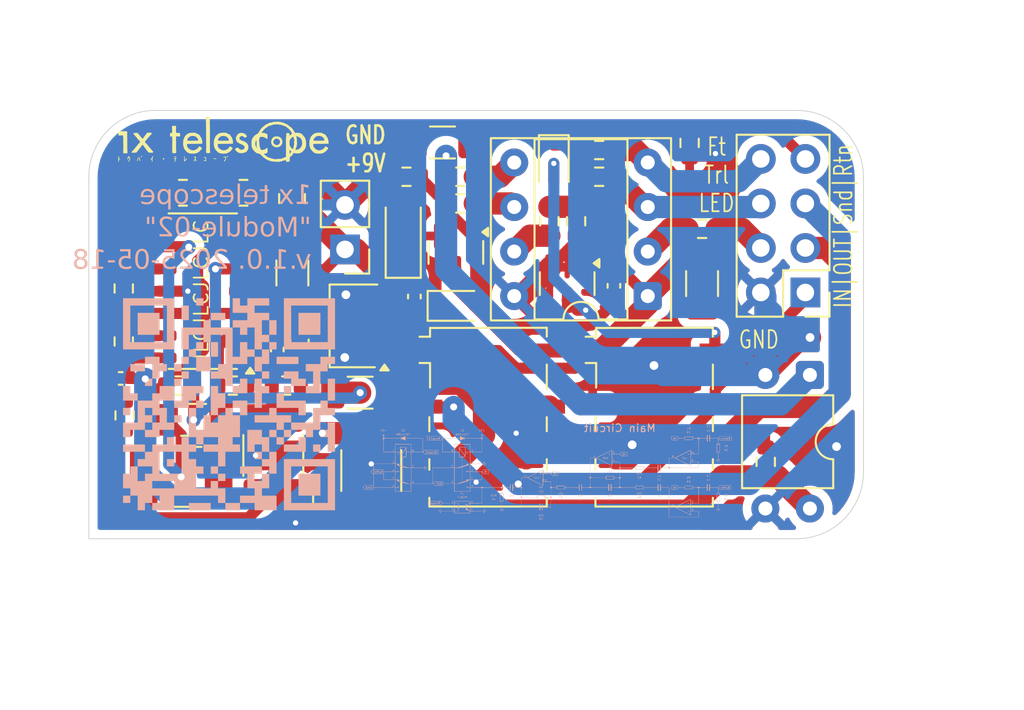
<source format=kicad_pcb>
(kicad_pcb (version 20241229) (generator "pcbnew") (generator_version "9.0")
  (title_block (title "TrailTrueBypass_PIC") (date "2025-05-19") (rev "1.0") (company "1x telescope"))
  (layers (0 "F.Cu" signal) (2 "B.Cu" signal) (13 "F.Paste" user) (15 "B.Paste" user) (5 "F.SilkS" user "F.Silkscreen") (7 "B.SilkS" user "B.Silkscreen") (1 "F.Mask" user) (3 "B.Mask" user) (25 "Edge.Cuts" user))
  (net 0 "")
  (net 1 "Return")
  (net 2 "Net-(U1C-+)")
  (net 3 "Net-(U1C--)")
  (net 4 "Net-(C2-Pad2)")
  (net 5 "Net-(U1A--)")
  (net 6 "Net-(C4-Pad2)")
  (net 7 "Net-(C5-Pad2)")
  (net 8 "Buffer")
  (net 9 "Net-(U1B-+)")
  (net 10 "Net-(U1B--)")
  (net 11 "Net-(C7-Pad2)")
  (net 12 "Net-(U1D--)")
  (net 13 "GND")
  (net 14 "+9V")
  (net 15 "+5V")
  (net 16 "Vb")
  (net 17 "Relay02")
  (net 18 "Relay01")
  (net 19 "LED")
  (net 20 "Send")
  (net 21 "Foot")
  (net 22 "Trail")
  (net 23 "Net-(K1-Pad3)")
  (net 24 "IN")
  (net 25 "OUT")
  (net 26 "Net-(Q1-B)")
  (net 27 "Net-(Q2-B)")
  (net 28 "PhotoC")
  (net 29 "Net-(C6-Pad2)")
  (net 30 "Net-(C7-Pad1)")
  (net 31 "Net-(U4-GP0)")
  (net 32 "Net-(U4-GP1)")
  (net 33 "Net-(U4-GP2)")
  (net 34 "Net-(U4-GP5)")
  (footprint "Resistor_SMD:R_0603_1608Metric" (layer "F.Cu") (at 83.2104 62.3062 -90)
    (property "Reference" "R1" (hide yes))
    (property "Value" "1M")
    (pad "1" smd roundrect (at -0.825 0 270) (size 0.8 0.95) (layers "F.Cu" "F.Mask" "F.Paste") (net 2 "Net-(U1C-+)"))
    (pad "2" smd roundrect (at 0.825 0 270) (size 0.8 0.95) (layers "F.Cu" "F.Mask" "F.Paste") (net 16 "Vb"))
  )
  (footprint "Resistor_SMD:R_0603_1608Metric" (layer "F.Cu") (at 116.205 58.9026)
    (property "Reference" "R20" (hide yes))
    (property "Value" "2k2")
    (pad "1" smd roundrect (at -0.825 0) (size 0.8 0.95) (layers "F.Cu" "F.Mask" "F.Paste") (net 34 "Net-(U4-GP5)"))
    (pad "2" smd roundrect (at 0.825 0) (size 0.8 0.95) (layers "F.Cu" "F.Mask" "F.Paste") (net 19 "LED"))
  )
  (footprint "Package_TO_SOT_SMD:SOT-89-3" (layer "F.Cu") (at 96.3168 64.4398 180)
    (property "Reference" "U3" (hide yes))
    (property "Value" "MC78L05_SOT89")
    (pad "1" smd roundrect (at -1.95 -1.5 180) (size 1.3 0.9) (layers "F.Cu" "F.Mask" "F.Paste") (net 15 "+5V"))
    (pad "2" smd custom (at -1.8625 0 180) (size 1.475 0.9) (layers "F.Cu" "F.Mask" "F.Paste") (net 13 "GND") (options (clearance outline) (anchor rect)) (primitives (gr_poly (pts (xy 3.8625 0.8665) (xy 0.7375 0.8665) (xy 0.7375 -0.8665) (xy 3.8625 -0.8665)) (width 0) (fill yes))))
    (pad "3" smd roundrect (at -1.95 1.5 180) (size 1.3 0.9) (layers "F.Cu" "F.Mask" "F.Paste") (net 14 "+9V"))
  )
  (footprint "Capacitor_SMD:C_0805_2012Metric" (layer "F.Cu") (at 92.8116 57.1768 90)
    (property "Reference" "C9" (hide yes))
    (property "Value" "22u")
    (pad "1" smd roundrect (at -0.95 0 90) (size 1 1.45) (layers "F.Cu" "F.Mask" "F.Paste") (net 14 "+9V"))
    (pad "2" smd roundrect (at 0.95 0 90) (size 1 1.45) (layers "F.Cu" "F.Mask" "F.Paste") (net 13 "GND"))
  )
  (footprint "Capacitor_SMD:C_1206_3216Metric_Pad1.33x1.80mm_HandSolder" (layer "F.Cu") (at 87.1982 69.7992)
    (property "Reference" "C2" (hide yes))
    (property "Value" "1u")
    (pad "1" smd roundrect (at -1.5625 0) (size 1.325 1.8) (layers "F.Cu" "F.Mask" "F.Paste") (roundrect_rratio 0.188679) (net 3 "Net-(U1C--)"))
    (pad "2" smd roundrect (at 1.5625 0) (size 1.325 1.8) (layers "F.Cu" "F.Mask" "F.Paste") (roundrect_rratio 0.188679) (net 4 "Net-(C2-Pad2)"))
  )
  (footprint "Resistor_SMD:R_0603_1608Metric" (layer "F.Cu") (at 83.2612 69.5452 -90)
    (property "Reference" "R7" (hide yes))
    (property "Value" "22k")
    (pad "1" smd roundrect (at -0.825 0 270) (size 0.8 0.95) (layers "F.Cu" "F.Mask" "F.Paste") (net 12 "Net-(U1D--)"))
    (pad "2" smd roundrect (at 0.825 0 270) (size 0.8 0.95) (layers "F.Cu" "F.Mask" "F.Paste") (net 29 "Net-(C6-Pad2)"))
  )
  (footprint "Capacitor_SMD:C_0402_1005Metric" (layer "F.Cu") (at 99.7908 62.7648 -90)
    (property "Reference" "C10" (hide yes))
    (property "Value" "104")
    (pad "1" smd roundrect (at -0.48 0 270) (size 0.56 0.62) (layers "F.Cu" "F.Mask" "F.Paste") (net 14 "+9V"))
    (pad "2" smd roundrect (at 0.48 0 270) (size 0.56 0.62) (layers "F.Cu" "F.Mask" "F.Paste") (net 13 "GND"))
  )
  (footprint "Resistor_SMD:R_0805_2012Metric" (layer "F.Cu") (at 90.043 56.8452)
    (property "Reference" "R12" (hide yes))
    (property "Value" "22k")
    (pad "1" smd roundrect (at -0.9125 0) (size 1.025 1.4) (layers "F.Cu" "F.Mask" "F.Paste") (roundrect_rratio 0.243902) (net 16 "Vb"))
    (pad "2" smd roundrect (at 0.9125 0) (size 1.025 1.4) (layers "F.Cu" "F.Mask" "F.Paste") (roundrect_rratio 0.243902) (net 14 "+9V"))
  )
  (footprint "Resistor_SMD:R_0603_1608Metric" (layer "F.Cu") (at 102.4128 55.9308)
    (property "Reference" "R19" (hide yes))
    (property "Value" "220")
    (pad "1" smd roundrect (at -0.825 0) (size 0.8 0.95) (layers "F.Cu" "F.Mask" "F.Paste") (net 28 "PhotoC"))
    (pad "2" smd roundrect (at 0.825 0) (size 0.8 0.95) (layers "F.Cu" "F.Mask" "F.Paste") (net 33 "Net-(U4-GP2)"))
  )
  (footprint "Resistor_SMD:R_0603_1608Metric" (layer "F.Cu") (at 107.4928 58.4708 -90)
    (property "Reference" "R11" (hide yes))
    (property "Value" "1k")
    (pad "1" smd roundrect (at -0.825 0 270) (size 0.8 0.95) (layers "F.Cu" "F.Mask" "F.Paste") (net 26 "Net-(Q1-B)"))
    (pad "2" smd roundrect (at 0.825 0 270) (size 0.8 0.95) (layers "F.Cu" "F.Mask" "F.Paste") (net 31 "Net-(U4-GP0)"))
  )
  (footprint "Capacitor_SMD:C_1812_4532Metric_Pad1.57x3.40mm_HandSolder" (layer "F.Cu") (at 91.7448 71.8312 -90)
    (property "Reference" "C6" (hide yes))
    (property "Value" "10u")
    (pad "1" smd roundrect (at -2.1375 0 270) (size 1.575 3.4) (layers "F.Cu" "F.Mask" "F.Paste") (roundrect_rratio 0.15873) (net 7 "Net-(C5-Pad2)"))
    (pad "2" smd roundrect (at 2.1375 0 270) (size 1.575 3.4) (layers "F.Cu" "F.Mask" "F.Paste") (roundrect_rratio 0.15873) (net 29 "Net-(C6-Pad2)"))
  )
  (footprint "Capacitor_SMD:C_1206_3216Metric" (layer "F.Cu") (at 116.205 62.0268 -90)
    (property "Reference" "C12" (hide yes))
    (property "Value" "47u")
    (pad "1" smd roundrect (at -1.475 0 270) (size 1.15 1.8) (layers "F.Cu" "F.Mask" "F.Paste") (roundrect_rratio 0.217391) (net 15 "+5V"))
    (pad "2" smd roundrect (at 1.475 0 270) (size 1.15 1.8) (layers "F.Cu" "F.Mask" "F.Paste") (roundrect_rratio 0.217391) (net 13 "GND"))
  )
  (footprint "Diode_SMD:D_SOD-123" (layer "F.Cu") (at 99.1558 59.3358 90)
    (property "Reference" "D3" (hide yes))
    (property "Value" "1N4001")
    (pad "1" smd roundrect (at -1.65 0 90) (size 0.9 1.2) (layers "F.Cu" "F.Mask" "F.Paste") (net 14 "+9V"))
    (pad "2" smd roundrect (at 1.65 0 90) (size 0.9 1.2) (layers "F.Cu" "F.Mask" "F.Paste") (net 13 "GND"))
  )
  (footprint "Resistor_SMD:R_0603_1608Metric" (layer "F.Cu") (at 102.4128 57.4548)
    (property "Reference" "R17" (hide yes))
    (property "Value" "1k")
    (pad "1" smd roundrect (at -0.825 0) (size 0.8 0.95) (layers "F.Cu" "F.Mask" "F.Paste") (net 27 "Net-(Q2-B)"))
    (pad "2" smd roundrect (at 0.825 0) (size 0.8 0.95) (layers "F.Cu" "F.Mask" "F.Paste") (net 32 "Net-(U4-GP1)"))
  )
  (footprint "Capacitor_SMD:C_1206_3216Metric_Pad1.33x1.80mm_HandSolder" (layer "F.Cu") (at 92.8312 61.4186 -90)
    (property "Reference" "C4" (hide yes))
    (property "Value" "1u")
    (pad "1" smd roundrect (at -1.5625 0 270) (size 1.325 1.8) (layers "F.Cu" "F.Mask" "F.Paste") (roundrect_rratio 0.188679) (net 10 "Net-(U1B--)"))
    (pad "2" smd roundrect (at 1.5625 0 270) (size 1.325 1.8) (layers "F.Cu" "F.Mask" "F.Paste") (roundrect_rratio 0.188679) (net 6 "Net-(C4-Pad2)"))
  )
  (footprint "Resistor_SMD:R_0603_1608Metric" (layer "F.Cu") (at 92.4814 67.8434 180)
    (property "Reference" "R4" (hide yes))
    (property "Value" "22k")
    (pad "1" smd roundrect (at -0.825 0 180) (size 0.8 0.95) (layers "F.Cu" "F.Mask" "F.Paste") (net 5 "Net-(U1A--)"))
    (pad "2" smd roundrect (at 0.825 0 180) (size 0.8 0.95) (layers "F.Cu" "F.Mask" "F.Paste") (net 7 "Net-(C5-Pad2)"))
  )
  (footprint "1xtelescope:MMBT3904" (layer "F.Cu") (at 102.1588 60.2488 -90)
    (property "Reference" "Q2" (hide yes))
    (property "Value" "2N3904")
    (pad "1" smd roundrect (at -0.9375 0.95 270) (size 1.475 0.6) (layers "F.Cu" "F.Mask" "F.Paste") (net 13 "GND"))
    (pad "2" smd roundrect (at -0.9375 -0.95 270) (size 1.475 0.6) (layers "F.Cu" "F.Mask" "F.Paste") (net 27 "Net-(Q2-B)"))
    (pad "3" smd roundrect (at 0.9375 0 270) (size 1.475 0.6) (layers "F.Cu" "F.Mask" "F.Paste") (net 17 "Relay02"))
  )
  (footprint "Package_DIP:DIP-8_W7.62mm_Socket" (layer "F.Cu") (at 113.1062 62.738 180)
    (property "Reference" "U4" (hide yes))
    (property "Value" "PIC12F675-xP")
    (pad "1" thru_hole roundrect (at 0 0 180) (size 1.6 1.6) (drill 0.8) (layers "*.Cu" "*.Mask") (roundrect_rratio 0.15625) (net 15 "+5V"))
    (pad "2" thru_hole circle (at 0 2.54 180) (size 1.6 1.6) (drill 0.8) (layers "*.Cu" "*.Mask") (net 34 "Net-(U4-GP5)"))
    (pad "3" thru_hole circle (at 0 5.08 180) (size 1.6 1.6) (drill 0.8) (layers "*.Cu" "*.Mask") (net 22 "Trail"))
    (pad "4" thru_hole circle (at 0 7.62 180) (size 1.6 1.6) (drill 0.8) (layers "*.Cu" "*.Mask") (net 21 "Foot"))
    (pad "5" thru_hole circle (at 7.62 7.62 180) (size 1.6 1.6) (drill 0.8) (layers "*.Cu" "*.Mask") (net 33 "Net-(U4-GP2)"))
    (pad "6" thru_hole circle (at 7.62 5.08 180) (size 1.6 1.6) (drill 0.8) (layers "*.Cu" "*.Mask") (net 32 "Net-(U4-GP1)"))
    (pad "7" thru_hole circle (at 7.62 2.54 180) (size 1.6 1.6) (drill 0.8) (layers "*.Cu" "*.Mask") (net 31 "Net-(U4-GP0)"))
    (pad "8" thru_hole circle (at 7.62 0 180) (size 1.6 1.6) (drill 0.8) (layers "*.Cu" "*.Mask") (net 13 "GND"))
  )
  (footprint "Capacitor_SMD:C_1812_4532Metric_Pad1.57x3.40mm_HandSolder" (layer "F.Cu") (at 97.3328 72.6948 90)
    (property "Reference" "C7" (hide yes))
    (property "Value" "10u")
    (pad "1" smd roundrect (at -2.1375 0 90) (size 1.575 3.4) (layers "F.Cu" "F.Mask" "F.Paste") (roundrect_rratio 0.15873) (net 30 "Net-(C7-Pad1)"))
    (pad "2" smd roundrect (at 2.1375 0 90) (size 1.575 3.4) (layers "F.Cu" "F.Mask" "F.Paste") (roundrect_rratio 0.15873) (net 11 "Net-(C7-Pad2)"))
  )
  (footprint "Capacitor_SMD:C_0402_1005Metric" (layer "F.Cu") (at 91.9734 65.7886 -90)
    (property "Reference" "C5" (hide yes))
    (property "Value" "22p")
    (pad "1" smd roundrect (at -0.48 0 270) (size 0.56 0.62) (layers "F.Cu" "F.Mask" "F.Paste") (net 5 "Net-(U1A--)"))
    (pad "2" smd roundrect (at 0.48 0 270) (size 0.56 0.62) (layers "F.Cu" "F.Mask" "F.Paste") (net 7 "Net-(C5-Pad2)"))
  )
  (footprint "Resistor_SMD:R_0603_1608Metric" (layer "F.Cu") (at 94.5388 74.3458 90)
    (property "Reference" "R8" (hide yes))
    (property "Value" "1M")
    (pad "1" smd roundrect (at -0.825 0 90) (size 0.8 0.95) (layers "F.Cu" "F.Mask" "F.Paste") (net 13 "GND"))
    (pad "2" smd roundrect (at 0.825 0 90) (size 0.8 0.95) (layers "F.Cu" "F.Mask" "F.Paste") (net 8 "Buffer"))
  )
  (footprint "Resistor_SMD:R_0603_1608Metric" (layer "F.Cu") (at 99.3394 55.9308)
    (property "Reference" "R18" (hide yes))
    (property "Value" "10k")
    (pad "1" smd roundrect (at -0.825 0) (size 0.8 0.95) (layers "F.Cu" "F.Mask" "F.Paste") (net 13 "GND"))
    (pad "2" smd roundrect (at 0.825 0) (size 0.8 0.95) (layers "F.Cu" "F.Mask" "F.Paste") (net 27 "Net-(Q2-B)"))
  )
  (footprint "Package_DIP:DIP-4_W7.62mm" (layer "F.Cu") (at 122.3568 67.2388 -90)
    (property "Reference" "U2" (hide yes))
    (property "Value" "PC817")
    (pad "1" thru_hole roundrect (at 0 0 270) (size 1.6 1.6) (drill 0.8) (layers "*.Cu" "*.Mask") (roundrect_rratio 0.15625) (net 28 "PhotoC"))
    (pad "2" thru_hole circle (at 0 2.54 270) (size 1.6 1.6) (drill 0.8) (layers "*.Cu" "*.Mask") (net 13 "GND"))
    (pad "3" thru_hole circle (at 7.62 2.54 270) (size 1.6 1.6) (drill 0.8) (layers "*.Cu" "*.Mask") (net 13 "GND"))
    (pad "4" thru_hole circle (at 7.62 0 270) (size 1.6 1.6) (drill 0.8) (layers "*.Cu" "*.Mask") (net 30 "Net-(C7-Pad1)"))
  )
  (footprint "LOGO" (layer "F.Cu") (at 88.9 53.7972)
    (property "Reference" "G2" (hide yes))
    (property "Value" "LOGO" (hide yes))
  )
  (footprint "Connector_PinHeader_2.54mm:PinHeader_1x02_P2.54mm_Vertical" (layer "F.Cu") (at 95.8342 60.076 180)
    (property "Reference" "J1" (hide yes))
    (property "Value" "Conn_01x05_Pin")
    (pad "1" thru_hole rect (at 0 0 180) (size 1.7 1.7) (drill 1) (layers "*.Cu" "*.Mask") (net 14 "+9V"))
    (pad "2" thru_hole circle (at 0 2.54 180) (size 1.7 1.7) (drill 1) (layers "*.Cu" "*.Mask") (net 13 "GND"))
  )
  (footprint "Resistor_SMD:R_0805_2012Metric" (layer "F.Cu") (at 86.5886 56.8452)
    (property "Reference" "R16" (hide yes))
    (property "Value" "22k")
    (pad "1" smd roundrect (at -0.9125 0) (size 1.025 1.4) (layers "F.Cu" "F.Mask" "F.Paste") (roundrect_rratio 0.243902) (net 13 "GND"))
    (pad "2" smd roundrect (at 0.9125 0) (size 1.025 1.4) (layers "F.Cu" "F.Mask" "F.Paste") (roundrect_rratio 0.243902) (net 16 "Vb"))
  )
  (footprint "Resistor_SMD:R_0603_1608Metric" (layer "F.Cu") (at 86.3986 67.8434 180)
    (property "Reference" "R5" (hide yes))
    (property "Value" "1M")
    (pad "1" smd roundrect (at -0.825 0 180) (size 0.8 0.95) (layers "F.Cu" "F.Mask" "F.Paste") (net 9 "Net-(U1B-+)"))
    (pad "2" smd roundrect (at 0.825 0 180) (size 0.8 0.95) (layers "F.Cu" "F.Mask" "F.Paste") (net 16 "Vb"))
  )
  (footprint "Diode_SMD:D_SOD-323" (layer "F.Cu") (at 102.1588 63.2968)
    (property "Reference" "D2" (hide yes))
    (property "Value" "CD4148W")
    (pad "1" smd roundrect (at -1.05 0) (size 0.6 0.45) (layers "F.Cu" "F.Mask" "F.Paste") (net 15 "+5V"))
    (pad "2" smd roundrect (at 1.05 0) (size 0.6 0.45) (layers "F.Cu" "F.Mask" "F.Paste") (net 17 "Relay02"))
  )
  (footprint "Relay_SMD:Relay_DPDT_Omron_G6K-2F-Y" (layer "F.Cu") (at 113.4618 69.6468)
    (property "Reference" "K1" (hide yes))
    (property "Value" "G6S-2")
    (pad "1" smd rect (at -3.5 -3.8) (size 1.8 0.8) (layers "F.Cu" "F.Mask" "F.Paste") (net 15 "+5V"))
    (pad "2" smd rect (at -3.5 -0.6) (size 1.8 0.8) (layers "F.Cu" "F.Mask" "F.Paste") (net 13 "GND"))
    (pad "3" smd rect (at -3.5 1.6) (size 1.8 0.8) (layers "F.Cu" "F.Mask" "F.Paste") (net 23 "Net-(K1-Pad3)"))
    (pad "4" smd rect (at -3.5 3.8) (size 1.8 0.8) (layers "F.Cu" "F.Mask" "F.Paste") (net 24 "IN"))
    (pad "5" smd rect (at 3.5 3.8) (size 1.8 0.8) (layers "F.Cu" "F.Mask" "F.Paste") (net 30 "Net-(C7-Pad1)"))
    (pad "6" smd rect (at 3.5 1.6) (size 1.8 0.8) (layers "F.Cu" "F.Mask" "F.Paste") (net 25 "OUT"))
    (pad "7" smd rect (at 3.5 -0.6) (size 1.8 0.8) (layers "F.Cu" "F.Mask" "F.Paste") (net 24 "IN"))
    (pad "8" smd rect (at 3.5 -3.8) (size 1.8 0.8) (layers "F.Cu" "F.Mask" "F.Paste") (net 18 "Relay01"))
  )
  (footprint "Diode_SMD:D_SOD-323" (layer "F.Cu") (at 107.7468 55.1688 -90)
    (property "Reference" "D1" (hide yes))
    (property "Value" "CD4148W")
    (pad "1" smd roundrect (at -1.05 0 270) (size 0.6 0.45) (layers "F.Cu" "F.Mask" "F.Paste") (net 15 "+5V"))
    (pad "2" smd roundrect (at 1.05 0 270) (size 0.6 0.45) (layers "F.Cu" "F.Mask" "F.Paste") (net 18 "Relay01"))
  )
  (footprint "Capacitor_SMD:C_0402_1005Metric" (layer "F.Cu") (at 83.0352 67.437)
    (property "Reference" "C8" (hide yes))
    (property "Value" "22p")
    (pad "1" smd roundrect (at -0.48 0) (size 0.56 0.62) (layers "F.Cu" "F.Mask" "F.Paste") (net 12 "Net-(U1D--)"))
    (pad "2" smd roundrect (at 0.48 0) (size 0.56 0.62) (layers "F.Cu" "F.Mask" "F.Paste") (net 11 "Net-(C7-Pad2)"))
  )
  (footprint "Resistor_SMD:R_0603_1608Metric" (layer "F.Cu") (at 110.3353 55.9308 180)
    (property "Reference" "R14" (hide yes))
    (property "Value" "10k")
    (pad "1" smd roundrect (at -0.825 0 180) (size 0.8 0.95) (layers "F.Cu" "F.Mask" "F.Paste") (net 22 "Trail"))
    (pad "2" smd roundrect (at 0.825 0 180) (size 0.8 0.95) (layers "F.Cu" "F.Mask" "F.Paste") (net 15 "+5V"))
  )
  (footprint "Package_SO:SOIC-14_3.9x8.7mm_P1.27mm" (layer "F.Cu") (at 87.7204 62.4586 180)
    (property "Reference" "U1" (hide yes))
    (property "Value" "Opamp_Quad")
    (pad "1" smd roundrect (at -2.475 -3.81 180) (size 1.95 0.6) (layers "F.Cu" "F.Mask" "F.Paste") (net 7 "Net-(C5-Pad2)"))
    (pad "2" smd roundrect (at -2.475 -2.54 180) (size 1.95 0.6) (layers "F.Cu" "F.Mask" "F.Paste") (net 5 "Net-(U1A--)"))
    (pad "3" smd roundrect (at -2.475 -1.27 180) (size 1.95 0.6) (layers "F.Cu" "F.Mask" "F.Paste") (net 16 "Vb"))
    (pad "4" smd roundrect (at -2.475 0 180) (size 1.95 0.6) (layers "F.Cu" "F.Mask" "F.Paste") (net 14 "+9V"))
    (pad "5" smd roundrect (at -2.475 1.27 180) (size 1.95 0.6) (layers "F.Cu" "F.Mask" "F.Paste") (net 9 "Net-(U1B-+)"))
    (pad "6" smd roundrect (at -2.475 2.54 180) (size 1.95 0.6) (layers "F.Cu" "F.Mask" "F.Paste") (net 10 "Net-(U1B--)"))
    (pad "7" smd roundrect (at -2.475 3.81 180) (size 1.95 0.6) (layers "F.Cu" "F.Mask" "F.Paste") (net 10 "Net-(U1B--)"))
    (pad "8" smd roundrect (at 2.475 3.81 180) (size 1.95 0.6) (layers "F.Cu" "F.Mask" "F.Paste") (net 3 "Net-(U1C--)"))
    (pad "9" smd roundrect (at 2.475 2.54 180) (size 1.95 0.6) (layers "F.Cu" "F.Mask" "F.Paste") (net 3 "Net-(U1C--)"))
    (pad "10" smd roundrect (at 2.475 1.27 180) (size 1.95 0.6) (layers "F.Cu" "F.Mask" "F.Paste") (net 2 "Net-(U1C-+)"))
    (pad "11" smd roundrect (at 2.475 0 180) (size 1.95 0.6) (layers "F.Cu" "F.Mask" "F.Paste") (net 13 "GND"))
    (pad "12" smd roundrect (at 2.475 -1.27 180) (size 1.95 0.6) (layers "F.Cu" "F.Mask" "F.Paste") (net 16 "Vb"))
    (pad "13" smd roundrect (at 2.475 -2.54 180) (size 1.95 0.6) (layers "F.Cu" "F.Mask" "F.Paste") (net 12 "Net-(U1D--)"))
    (pad "14" smd roundrect (at 2.475 -3.81 180) (size 1.95 0.6) (layers "F.Cu" "F.Mask" "F.Paste") (net 11 "Net-(C7-Pad2)"))
  )
  (footprint "Resistor_SMD:R_0603_1608Metric" (layer "F.Cu") (at 83.2104 65.3288 -90)
    (property "Reference" "R9" (hide yes))
    (property "Value" "22k")
    (pad "1" smd roundrect (at -0.825 0 270) (size 0.8 0.95) (layers "F.Cu" "F.Mask" "F.Paste") (net 12 "Net-(U1D--)"))
    (pad "2" smd roundrect (at 0.825 0 270) (size 0.8 0.95) (layers "F.Cu" "F.Mask" "F.Paste") (net 11 "Net-(C7-Pad2)"))
  )
  (footprint "Resistor_SMD:R_0603_1608Metric" (layer "F.Cu") (at 115.4938 54.0004 90)
    (property "Reference" "R2" (hide yes))
    (property "Value" "1M")
    (pad "1" smd roundrect (at -0.825 0 90) (size 0.8 0.95) (layers "F.Cu" "F.Mask" "F.Paste") (net 13 "GND"))
    (pad "2" smd roundrect (at 0.825 0 90) (size 0.8 0.95) (layers "F.Cu" "F.Mask" "F.Paste") (net 1 "Return"))
  )
  (footprint "Resistor_SMD:R_0603_1608Metric" (layer "F.Cu") (at 93.2376 65.4572 -90)
    (property "Reference" "R6" (hide yes))
    (property "Value" "22k")
    (pad "1" smd roundrect (at -0.825 0 270) (size 0.8 0.95) (layers "F.Cu" "F.Mask" "F.Paste") (net 6 "Net-(C4-Pad2)"))
    (pad "2" smd roundrect (at 0.825 0 270) (size 0.8 0.95) (layers "F.Cu" "F.Mask" "F.Paste") (net 5 "Net-(U1A--)"))
  )
  (footprint "Relay_SMD:Relay_DPDT_Omron_G6K-2F-Y" (layer "F.Cu") (at 103.9853 69.6468)
    (property "Reference" "K2" (hide yes))
    (property "Value" "G6S-2")
    (pad "1" smd rect (at -3.5 -3.8) (size 1.8 0.8) (layers "F.Cu" "F.Mask" "F.Paste") (net 15 "+5V"))
    (pad "2" smd rect (at -3.5 -0.6) (size 1.8 0.8) (layers "F.Cu" "F.Mask" "F.Paste") (net 20 "Send"))
    (pad "3" smd rect (at -3.5 1.6) (size 1.8 0.8) (layers "F.Cu" "F.Mask" "F.Paste") (net 13 "GND"))
    (pad "4" smd rect (at -3.5 3.8) (size 1.8 0.8) (layers "F.Cu" "F.Mask" "F.Paste") (net 8 "Buffer"))
    (pad "5" smd rect (at 3.5 3.8) (size 1.8 0.8) (layers "F.Cu" "F.Mask" "F.Paste") (net 20 "Send"))
    (pad "6" smd rect (at 3.5 1.6) (size 1.8 0.8) (layers "F.Cu" "F.Mask" "F.Paste") (net 23 "Net-(K1-Pad3)"))
    (pad "7" smd rect (at 3.5 -0.6) (size 1.8 0.8) (layers "F.Cu" "F.Mask" "F.Paste") (net 8 "Buffer"))
    (pad "8" smd rect (at 3.5 -3.8) (size 1.8 0.8) (layers "F.Cu" "F.Mask" "F.Paste") (net 17 "Relay02"))
  )
  (footprint "Capacitor_SMD:C_1206_3216Metric_Pad1.33x1.80mm_HandSolder" (layer "F.Cu") (at 96.6978 68.2498 180)
    (property "Reference" "C3" (hide yes))
    (property "Value" "1u")
    (pad "1" smd roundrect (at -1.5625 0 180) (size 1.325 1.8) (layers "F.Cu" "F.Mask" "F.Paste") (roundrect_rratio 0.188679) (net 8 "Buffer"))
    (pad "2" smd roundrect (at 1.5625 0 180) (size 1.325 1.8) (layers "F.Cu" "F.Mask" "F.Paste") (roundrect_rratio 0.188679) (net 9 "Net-(U1B-+)"))
  )
  (footprint "Connector_PinHeader_2.54mm:PinHeader_2x04_P2.54mm_Vertical" (layer "F.Cu") (at 122.0978 62.5348 180)
    (property "Reference" "J2" (hide yes))
    (property "Value" "Conn_02x04_Top_Bottom")
    (pad "1" thru_hole rect (at 0 0 180) (size 1.7 1.7) (drill 1) (layers "*.Cu" "*.Mask") (net 24 "IN"))
    (pad "2" thru_hole circle (at 2.54 0 180) (size 1.7 1.7) (drill 1) (layers "*.Cu" "*.Mask") (net 13 "GND"))
    (pad "3" thru_hole circle (at 0 2.54 180) (size 1.7 1.7) (drill 1) (layers "*.Cu" "*.Mask") (net 25 "OUT"))
    (pad "4" thru_hole circle (at 2.54 2.54 180) (size 1.7 1.7) (drill 1) (layers "*.Cu" "*.Mask") (net 19 "LED"))
    (pad "5" thru_hole circle (at 0 5.08 180) (size 1.7 1.7) (drill 1) (layers "*.Cu" "*.Mask") (net 20 "Send"))
    (pad "6" thru_hole circle (at 2.54 5.08 180) (size 1.7 1.7) (drill 1) (layers "*.Cu" "*.Mask") (net 22 "Trail"))
    (pad "7" thru_hole circle (at 0 7.62 180) (size 1.7 1.7) (drill 1) (layers "*.Cu" "*.Mask") (net 1 "Return"))
    (pad "8" thru_hole circle (at 2.54 7.62 180) (size 1.7 1.7) (drill 1) (layers "*.Cu" "*.Mask") (net 21 "Foot"))
  )
  (footprint "Capacitor_SMD:C_1812_4532Metric_Pad1.57x3.40mm_HandSolder" (layer "F.Cu") (at 86.487 73.0504)
    (property "Reference" "C13" (hide yes))
    (property "Value" "47u")
    (pad "1" smd roundrect (at -2.1375 0) (size 1.575 3.4) (layers "F.Cu" "F.Mask" "F.Paste") (roundrect_rratio 0.15873) (net 16 "Vb"))
    (pad "2" smd roundrect (at 2.1375 0) (size 1.575 3.4) (layers "F.Cu" "F.Mask" "F.Paste") (roundrect_rratio 0.15873) (net 13 "GND"))
  )
  (footprint "1xtelescope:MMBT3904" (layer "F.Cu") (at 108.5088 62.0268 -90)
    (property "Reference" "Q1" (hide yes))
    (property "Value" "2N3904")
    (pad "1" smd roundrect (at -0.9375 0.95 270) (size 1.475 0.6) (layers "F.Cu" "F.Mask" "F.Paste") (net 13 "GND"))
    (pad "2" smd roundrect (at -0.9375 -0.95 270) (size 1.475 0.6) (layers "F.Cu" "F.Mask" "F.Paste") (net 26 "Net-(Q1-B)"))
    (pad "3" smd roundrect (at 0.9375 0 270) (size 1.475 0.6) (layers "F.Cu" "F.Mask" "F.Paste") (net 18 "Relay01"))
  )
  (footprint "Resistor_SMD:R_0603_1608Metric" (layer "F.Cu") (at 110.3353 54.4068 180)
    (property "Reference" "R15" (hide yes))
    (property "Value" "10k")
    (pad "1" smd roundrect (at -0.825 0 180) (size 0.8 0.95) (layers "F.Cu" "F.Mask" "F.Paste") (net 21 "Foot"))
    (pad "2" smd roundrect (at 0.825 0 180) (size 0.8 0.95) (layers "F.Cu" "F.Mask" "F.Paste") (net 15 "+5V"))
  )
  (footprint "Capacitor_SMD:C_0402_1005Metric" (layer "F.Cu") (at 111.1758 62.1538 -90)
    (property "Reference" "C11" (hide yes))
    (property "Value" "104")
    (pad "1" smd roundrect (at -0.48 0 270) (size 0.56 0.62) (layers "F.Cu" "F.Mask" "F.Paste") (net 15 "+5V"))
    (pad "2" smd roundrect (at 0.48 0 270) (size 0.56 0.62) (layers "F.Cu" "F.Mask" "F.Paste") (net 13 "GND"))
  )
  (footprint "Capacitor_SMD:C_1206_3216Metric_Pad1.33x1.80mm_HandSolder" (layer "F.Cu") (at 101.3968 53.975 180)
    (property "Reference" "C1" (hide yes))
    (property "Value" "1u")
    (pad "1" smd roundrect (at -1.5625 0 180) (size 1.325 1.8) (layers "F.Cu" "F.Mask" "F.Paste") (roundrect_rratio 0.188679) (net 1 "Return"))
    (pad "2" smd roundrect (at 1.5625 0 180) (size 1.325 1.8) (layers "F.Cu" "F.Mask" "F.Paste") (roundrect_rratio 0.188679) (net 2 "Net-(U1C-+)"))
  )
  (footprint "Resistor_SMD:R_0603_1608Metric" (layer "F.Cu") (at 119.8372 72.2 -90)
    (property "Reference" "R10" (hide yes))
    (property "Value" "1M")
    (pad "1" smd roundrect (at -0.825 0 270) (size 0.8 0.95) (layers "F.Cu" "F.Mask" "F.Paste") (net 13 "GND"))
    (pad "2" smd roundrect (at 0.825 0 270) (size 0.8 0.95) (layers "F.Cu" "F.Mask" "F.Paste") (net 30 "Net-(C7-Pad1)"))
  )
  (footprint "Resistor_SMD:R_0603_1608Metric" (layer "F.Cu") (at 109.0168 58.4708 90)
    (property "Reference" "R13" (hide yes))
    (property "Value" "10k")
    (pad "1" smd roundrect (at -0.825 0 90) (size 0.8 0.95) (layers "F.Cu" "F.Mask" "F.Paste") (net 13 "GND"))
    (pad "2" smd roundrect (at 0.825 0 90) (size 0.8 0.95) (layers "F.Cu" "F.Mask" "F.Paste") (net 26 "Net-(Q1-B)"))
  )
  (footprint "Resistor_SMD:R_0603_1608Metric" (layer "F.Cu") (at 89.4334 67.8434 180)
    (property "Reference" "R3" (hide yes))
    (property "Value" "22k")
    (pad "1" smd roundrect (at -0.825 0 180) (size 0.8 0.95) (layers "F.Cu" "F.Mask" "F.Paste") (net 4 "Net-(C2-Pad2)"))
    (pad "2" smd roundrect (at 0.825 0 180) (size 0.8 0.95) (layers "F.Cu" "F.Mask" "F.Paste") (net 5 "Net-(U1A--)"))
  )
  (footprint "LOGO" (layer "B.Cu") (at 89.2175 68.9102 180)
    (property "Reference" "G1" (hide yes))
    (property "Value" "LOGO" (hide yes))
  )
  (footprint "LOGO" (layer "B.Cu") (at 107.442 72.644 180)
    (property "Reference" "G3" (hide yes))
    (property "Value" "LOGO" (hide yes))
  )
  (gr_line (start 81.2165 55.9562) (end 81.2165 76.581) (stroke (width 0.05)) (layer "Edge.Cuts"))
  (gr_line (start 121.6025 76.581) (end 81.2165 76.581) (stroke (width 0.05)) (layer "Edge.Cuts"))
  (gr_arc (start 121.6025 52.1462) (mid 124.296577 53.262123) (end 125.4125 55.9562) (stroke (width 0.05)) (layer "Edge.Cuts"))
  (gr_line (start 125.4125 55.9562) (end 125.4125 72.771) (stroke (width 0.05)) (layer "Edge.Cuts"))
  (gr_line (start 121.6025 52.1462) (end 85.0265 52.1462) (stroke (width 0.05)) (layer "Edge.Cuts"))
  (gr_arc (start 125.4125 72.771) (mid 124.296577 75.465077) (end 121.6025 76.581) (stroke (width 0.05)) (layer "Edge.Cuts"))
  (gr_arc (start 81.2165 55.9562) (mid 82.332423 53.262123) (end 85.0265 52.1462) (stroke (width 0.05)) (layer "Edge.Cuts"))
  (gr_text "GND" (at 119.4435 65.2272 0) (layer "F.SilkS") (effects (font (size 1 0.75) (thickness 0.1))))
  (gr_text "JLCJLCJLCJLC" (at 87.63 62.484 90) (layer "F.SilkS") (effects (font (size 0.8 0.8) (thickness 0.1))))
  (gr_text "Ft\nTrl\nLED" (at 117.0305 55.8292 0) (layer "F.SilkS") (effects (font (size 1 0.75) (thickness 0.1))))
  (gr_text "IN|OUT|Snd|Rtn" (at 124.2695 58.7502 90) (layer "F.SilkS") (effects (font (size 1 0.75) (thickness 0.1))))
  (gr_text "GND\n+9V" (at 95.758 54.356 0) (layer "F.SilkS") (effects (font (size 1 0.75) (thickness 0.15) (bold yes)) (justify left)))
  (gr_text "1x telescope\n{dblquote}Module-02{dblquote}\nv.1.0. 2025-05-18" (at 93.9165 58.8772 0) (layer "B.SilkS") (effects (font (size 1.1 1.1) (thickness 0.1)) (justify left mirror)))
  (segment (start 115.4938 53.1754) (end 120.3584 53.1754) (width 0.635) (layer "F.Cu") (net 1))
  (segment (start 103.7589 53.1754) (end 115.4938 53.1754) (width 0.635) (layer "F.Cu") (net 1))
  (segment (start 102.9593 53.975) (end 103.7589 53.1754) (width 0.635) (layer "F.Cu") (net 1))
  (segment (start 120.3584 53.1754) (end 122.0978 54.9148) (width 0.635) (layer "F.Cu") (net 1))
  (segment (start 83.503 61.1886) (end 83.2104 61.4812) (width 0.635) (layer "F.Cu") (net 2))
  (segment (start 85.0646 53.975) (end 83.2104 55.8292) (width 1.27) (layer "F.Cu") (net 2))
  (segment (start 99.8343 53.975) (end 85.0646 53.975) (width 1.27) (layer "F.Cu") (net 2))
  (segment (start 83.2104 55.8292) (end 83.2104 61.4812) (width 1.27) (layer "F.Cu") (net 2))
  (segment (start 85.2454 61.1886) (end 83.503 61.1886) (width 0.635) (layer "F.Cu") (net 2))
  (segment (start 85.2454 59.9186) (end 86.8934 59.9186) (width 0.635) (layer "F.Cu") (net 3))
  (segment (start 85.6357 69.7992) (end 86.487 70.6505) (width 0.635) (layer "F.Cu") (net 3))
  (segment (start 86.8934 59.9186) (end 86.9188 59.944) (width 0.635) (layer "F.Cu") (net 3))
  (segment (start 85.2454 59.9186) (end 85.2454 58.6486) (width 0.635) (layer "F.Cu") (net 3))
  (segment (start 86.487 70.6505) (end 86.487 73.0504) (width 0.635) (layer "F.Cu") (net 3))
  (via (at 86.487 73.0504) (size 0.8) (drill 0.4) (layers "F.Cu" "B.Cu") (net 3))
  (via (at 86.9188 59.944) (size 0.8) (drill 0.4) (layers "F.Cu" "B.Cu") (net 3))
  (segment (start 85.7758 61.087) (end 86.9188 59.944) (width 0.635) (layer "B.Cu") (net 3))
  (segment (start 86.487 73.0504) (end 85.7758 72.3392) (width 0.635) (layer "B.Cu") (net 3))
  (segment (start 85.7758 72.3392) (end 85.7758 61.087) (width 0.635) (layer "B.Cu") (net 3))
  (segment (start 88.7607 69.3289) (end 88.7607 69.7992) (width 0.635) (layer "F.Cu") (net 4))
  (segment (start 90.2584 67.8434) (end 90.2462 67.8434) (width 0.635) (layer "F.Cu") (net 4))
  (segment (start 90.2462 67.8434) (end 88.7607 69.3289) (width 0.635) (layer "F.Cu") (net 4))
  (segment (start 90.1954 64.9986) (end 91.6634 64.9986) (width 0.635) (layer "F.Cu") (net 5))
  (segment (start 88.6084 65.610601) (end 89.220401 64.9986) (width 0.635) (layer "F.Cu") (net 5))
  (segment (start 89.220401 64.9986) (end 90.1954 64.9986) (width 0.635) (layer "F.Cu") (net 5))
  (segment (start 91.6634 64.9986) (end 91.9734 65.3086) (width 0.635) (layer "F.Cu") (net 5))
  (segment (start 93.2376 66.2822) (end 92.264 65.3086) (width 0.635) (layer "F.Cu") (net 5))
  (segment (start 92.264 65.3086) (end 91.9734 65.3086) (width 0.635) (layer "F.Cu") (net 5))
  (segment (start 93.3064 66.351) (end 93.2376 66.2822) (width 0.635) (layer "F.Cu") (net 5))
  (segment (start 88.6084 67.8434) (end 88.6084 65.610601) (width 0.635) (layer "F.Cu") (net 5))
  (segment (start 93.3064 67.8434) (end 93.3064 66.351) (width 0.635) (layer "F.Cu") (net 5))
  (segment (start 92.8312 64.2258) (end 93.2376 64.6322) (width 1.27) (layer "F.Cu") (net 6))
  (segment (start 92.8312 62.9811) (end 92.8312 64.2258) (width 1.27) (layer "F.Cu") (net 6))
  (segment (start 91.6564 69.6053) (end 91.7448 69.6937) (width 0.635) (layer "F.Cu") (net 7))
  (segment (start 91.6564 66.5856) (end 91.9734 66.2686) (width 0.635) (layer "F.Cu") (net 7))
  (segment (start 91.6564 67.8434) (end 91.6564 66.5856) (width 0.635) (layer "F.Cu") (net 7))
  (segment (start 90.1954 66.2686) (end 91.9734 66.2686) (width 0.635) (layer "F.Cu") (net 7))
  (segment (start 91.6564 67.8434) (end 91.6564 69.6053) (width 0.635) (layer "F.Cu") (net 7))
  (segment (start 100.9853 73.4468) (end 100.4853 73.4468) (width 1.27) (layer "F.Cu") (net 8))
  (segment (start 98.7683 67.7418) (end 98.2603 68.2498) (width 1.27) (layer "F.Cu") (net 8))
  (segment (start 94.5388 73.5208) (end 100.4113 73.5208) (width 0.635) (layer "F.Cu") (net 8))
  (segment (start 107.1022 69.0468) (end 107.4853 69.0468) (width 1.27) (layer "F.Cu") (net 8))
  (segment (start 103.763968 69.0468) (end 102.458968 67.7418) (width 1.27) (layer "F.Cu") (net 8))
  (segment (start 103.763968 69.0468) (end 103.763968 70.668132) (width 1.27) (layer "F.Cu") (net 8))
  (segment (start 102.458968 67.7418) (end 98.7683 67.7418) (width 1.27) (layer "F.Cu") (net 8))
  (segment (start 100.4113 73.5208) (end 100.4853 73.4468) (width 0.635) (layer "F.Cu") (net 8))
  (segment (start 103.763968 70.668132) (end 100.9853 73.4468) (width 1.27) (layer "F.Cu") (net 8))
  (segment (start 107.4853 69.0468) (end 103.763968 69.0468) (width 1.27) (layer "F.Cu") (net 8))
  (segment (start 96.6978 68.2498) (end 95.1353 68.2498) (width 1.27) (layer "F.Cu") (net 9))
  (segment (start 88.4428 61.1886) (end 90.1954 61.1886) (width 0.635) (layer "F.Cu") (net 9))
  (segment (start 87.1982 67.8688) (end 87.2236 67.8434) (width 0.635) (layer "F.Cu") (net 9))
  (segment (start 87.1982 69.7992) (end 87.1982 67.8688) (width 0.635) (layer "F.Cu") (net 9))
  (via (at 88.4428 61.1886) (size 0.8) (drill 0.4) (layers "F.Cu" "B.Cu") (net 9))
  (via (at 96.6978 68.2498) (size 0.8) (drill 0.4) (layers "F.Cu" "B.Cu") (net 9))
  (via (at 87.1982 69.7992) (size 0.8) (drill 0.4) (layers "F.Cu" "B.Cu") (net 9))
  (segment (start 96.393 68.5546) (end 96.6978 68.2498) (width 0.635) (layer "B.Cu") (net 9))
  (segment (start 88.4428 68.5546) (end 87.1982 69.7992) (width 0.635) (layer "B.Cu") (net 9))
  (segment (start 88.4428 61.1886) (end 88.4428 68.5546) (width 0.635) (layer "B.Cu") (net 9))
  (segment (start 88.4428 68.5546) (end 96.393 68.5546) (width 0.635) (layer "B.Cu") (net 9))
  (segment (start 92.7687 59.9186) (end 92.8312 59.8561) (width 0.635) (layer "F.Cu") (net 10))
  (segment (start 90.1954 59.9186) (end 90.1954 58.6486) (width 0.635) (layer "F.Cu") (net 10))
  (segment (start 90.1954 59.9186) (end 92.7687 59.9186) (width 0.635) (layer "F.Cu") (net 10))
  (segment (start 83.5152 67.437) (end 83.5152 66.4586) (width 0.635) (layer "F.Cu") (net 11))
  (segment (start 83.7692 66.2686) (end 83.3252 66.2686) (width 0.635) (layer "F.Cu") (net 11))
  (segment (start 85.2454 66.2686) (end 83.7692 66.2686) (width 0.635) (layer "F.Cu") (net 11))
  (segment (start 84.410654 67.437) (end 84.436054 67.4624) (width 0.635) (layer "F.Cu") (net 11))
  (segment (start 94.5388 70.5612) (end 97.3289 70.5612) (width 1.27) (layer "F.Cu") (net 11))
  (segment (start 97.3289 70.5612) (end 97.3328 70.5573) (width 1.27) (layer "F.Cu") (net 11))
  (segment (start 83.5152 67.437) (end 84.410654 67.437) (width 0.635) (layer "F.Cu") (net 11))
  (segment (start 83.3252 66.2686) (end 83.2104 66.1538) (width 0.635) (layer "F.Cu") (net 11))
  (segment (start 83.5152 66.4586) (end 83.2104 66.1538) (width 0.635) (layer "F.Cu") (net 11))
  (segment (start 83.7666 66.2712) (end 83.7692 66.2686) (width 0.635) (layer "F.Cu") (net 11))
  (via (at 84.436054 67.4624) (size 0.8) (drill 0.4) (layers "F.Cu" "B.Cu") (net 11))
  (via (at 94.5388 70.5612) (size 0.8) (drill 0.4) (layers "F.Cu" "B.Cu") (net 11))
  (segment (start 85.975032 74.2864) (end 84.436054 72.747422) (width 1.27) (layer "B.Cu") (net 11))
  (segment (start 90.8136 74.2864) (end 85.975032 74.2864) (width 1.27) (layer "B.Cu") (net 11))
  (segment (start 84.436054 72.747422) (end 84.436054 67.4624) (width 1.27) (layer "B.Cu") (net 11))
  (segment (start 94.5388 70.5612) (end 90.8136 74.2864) (width 1.27) (layer "B.Cu") (net 11))
  (segment (start 82.5552 68.0142) (end 83.2612 68.7202) (width 0.635) (layer "F.Cu") (net 12))
  (segment (start 82.5552 67.437) (end 82.5552 68.0142) (width 0.635) (layer "F.Cu") (net 12))
  (segment (start 83.2104 64.5038) (end 83.7052 64.9986) (width 0.635) (layer "F.Cu") (net 12))
  (segment (start 83.7052 64.9986) (end 85.2454 64.9986) (width 0.635) (layer "F.Cu") (net 12))
  (segment (start 82.1944 65.5198) (end 82.1944 67.0762) (width 0.635) (layer "F.Cu") (net 12))
  (segment (start 82.1944 67.0762) (end 82.5552 67.437) (width 0.635) (layer "F.Cu") (net 12))
  (segment (start 83.2104 64.5038) (end 82.1944 65.5198) (width 0.635) (layer "F.Cu") (net 12))
  (segment (start 122.3645 65.1002) (end 121.852638 65.1002) (width 1.27) (layer "F.Cu") (net 13))
  (segment (start 109.0168 59.6313) (end 107.5588 61.0893) (width 0.635) (layer "F.Cu") (net 13))
  (segment (start 109.0168 59.2958) (end 109.0168 59.6313) (width 0.635) (layer "F.Cu") (net 13))
  (segment (start 94.5388 75.1708) (end 94.0487 75.6609) (width 0.635) (layer "F.Cu") (net 13))
  (segment (start 94.525 56.2268) (end 92.8116 56.2268) (width 1.27) (layer "F.Cu") (net 13))
  (segment (start 98.5144 55.9308) (end 97.4394 55.9308) (width 1.27) (layer "F.Cu") (net 13))
  (segment (start 94.0487 75.6609) (end 93.0333 75.6609) (width 0.635) (layer "F.Cu") (net 13))
  (segment (start 97.4394 55.9308) (end 95.8342 57.536) (width 1.27) (layer "F.Cu") (net 13))
  (segment (start 97.3328 72.3138) (end 99.4183 72.3138) (width 0.635) (layer "F.Cu") (net 13))
  (segment (start 109.911583 64.3768) (end 107.125 64.3768) (width 0.635) (layer "F.Cu") (net 13))
  (segment (start 85.6761 56.8452) (end 87.3928 55.1285) (width 0.635) (layer "F.Cu") (net 13))
  (segment (start 86.868 62.4586) (end 85.2454 62.4586) (width 0.635) (layer "F.Cu") (net 13))
  (segment (start 111.1758 63.112583) (end 109.911583 64.3768) (width 0.635) (layer "F.Cu") (net 13))
  (segment (start 111.1758 62.6338) (end 111.1758 63.112583) (width 0.635) (layer "F.Cu") (net 13))
  (segment (start 95.8342 57.536) (end 94.525 56.2268) (width 1.27) (layer "F.Cu") (net 13))
  (segment (start 121.852638 65.1002) (end 119.8168 67.136038) (width 1.27) (layer "F.Cu") (net 13))
  (segment (start 99.7908 63.2448) (end 98.5958 64.4398) (width 0.635) (layer "F.Cu") (net 13))
  (segment (start 107.125 64.3768) (end 105.4862 62.738) (width 0.635) (layer "F.Cu") (net 13))
  (segment (start 89.8437 71.8312) (end 88.6245 73.0504) (width 1.27) (layer "F.Cu") (net 13))
  (segment (start 105.4862 62.738) (end 105.9101 62.738) (width 1.27) (layer "F.Cu") (net 13))
  (segment (start 99.4183 72.3138) (end 100.4853 71.2468) (width 0.635) (layer "F.Cu") (net 13))
  (segment (start 98.5958 64.4398) (end 98.1793 64.4398) (width 0.635) (layer "F.Cu") (net 13))
  (segment (start 105.9101 62.738) (end 107.5588 61.0893) (width 1.27) (layer "F.Cu") (net 13))
  (segment (start 90.7288 71.8312) (end 89.8437 71.8312) (width 1.27) (layer "F.Cu") (net 13))
  (segment (start 91.7133 55.1285) (end 92.8116 56.2268) (width 0.635) (layer "F.Cu") (net 13))
  (segment (start 87.3928 55.1285) (end 91.7133 55.1285) (width 0.635) (layer "F.Cu") (net 13))
  (segment (start 119.8168 67.136038) (end 119.8168 67.2388) (width 1.27) (layer "F.Cu") (net 13))
  (via (at 86.868 62.4586) (size 0.6) (drill 0.3) (layers "F.Cu" "B.Cu") (net 13))
  (via (at 123.8758 71.3232) (size 1) (drill 0.5) (layers "F.Cu" "B.Cu") (net 13))
  (via (at 113.4618 66.7004) (size 1) (drill 0.5) (layers "F.Cu" "B.Cu") (net 13))
  (via (at 95.885 62.6618) (size 1) (drill 0.5) (layers "F.Cu" "B.Cu") (net 13))
  (via (at 90.7288 71.8312) (size 0.6) (drill 0.3) (layers "F.Cu" "B.Cu") (net 13))
  (via (at 95.8215 66.2432) (size 1) (drill 0.5) (layers "F.Cu" "B.Cu") (net 13))
  (via (at 112.2172 71.2216) (size 1) (drill 0.5) (layers "F.Cu" "B.Cu") (net 13))
  (via (at 93.0148 75.6794) (size 0.6) (drill 0.3) (layers "F.Cu" "B.Cu") (net 13))
  (via (at 116.967 54.61) (size 0.6) (drill 0.3) (layers "F.Cu" "B.Cu") (net 13))
  (via (at 122.3645 65.1002) (size 1) (drill 0.5) (layers "F.Cu" "B.Cu") (net 13))
  (via (at 105.6005 70.5612) (size 0.6) (drill 0.3) (layers "F.Cu" "B.Cu") (net 13))
  (via (at 97.3328 72.3138) (size 0.6) (drill 0.3) (layers "F.Cu" "B.Cu") (net 13))
  (via (at 103.3145 73.3552) (size 0.6) (drill 0.3) (layers "F.Cu" "B.Cu") (net 13))
  (segment (start 119.8168 67.2388) (end 114.0002 67.2388) (width 1.27) (layer "B.Cu") (net 13))
  (segment (start 114.0002 67.2388) (end 113.4618 66.7004) (width 1.27) (layer "B.Cu") (net 13))
  (segment (start 119.8168 62.7938) (end 119.5578 62.5348) (width 1.27) (layer "B.Cu") (net 13))
  (segment (start 90.796444 57.536) (end 95.8342 57.536) (width 0.635) (layer "B.Cu") (net 13))
  (segment (start 86.868 62.4586) (end 86.868 61.464444) (width 0.635) (layer "B.Cu") (net 13))
  (segment (start 86.868 61.464444) (end 90.796444 57.536) (width 0.635) (layer "B.Cu") (net 13))
  (segment (start 119.8168 67.2388) (end 119.8168 62.7938) (width 1.27) (layer "B.Cu") (net 13))
  (segment (start 92.41665 61.2394) (end 94.6708 61.2394) (width 0.635) (layer "F.Cu") (net 14))
  (segment (start 93.885 58.1268) (end 95.8342 60.076) (width 1.27) (layer "F.Cu") (net 14))
  (segment (start 92.2371 58.1268) (end 90.9555 56.8452) (width 1.27) (layer "F.Cu") (net 14))
  (segment (start 90.1954 62.4586) (end 91.19745 62.4586) (width 0.635) (layer "F.Cu") (net 14))
  (segment (start 99.7908 61.6208) (end 99.1558 60.9858) (width 0.635) (layer "F.Cu") (net 14))
  (segment (start 94.6708 61.2394) (end 95.8342 60.076) (width 0.635) (layer "F.Cu") (net 14))
  (segment (start 99.7908 62.2848) (end 99.7908 61.6208) (width 0.635) (layer "F.Cu") (net 14))
  (segment (start 95.8342 60.076) (end 96.468 60.076) (width 1.27) (layer "F.Cu") (net 14))
  (segment (start 96.468 60.076) (end 98.2668 61.8748) (width 1.27) (layer "F.Cu") (net 14))
  (segment (start 92.8116 58.1268) (end 92.2371 58.1268) (width 1.27) (layer "F.Cu") (net 14))
  (segment (start 92.8116 58.1268) (end 93.885 58.1268) (width 1.27) (layer "F.Cu") (net 14))
  (segment (start 91.19745 62.4586) (end 92.41665 61.2394) (width 0.635) (layer "F.Cu") (net 14))
  (segment (start 98.2668 61.8748) (end 99.1558 60.9858) (width 1.27) (layer "F.Cu") (net 14))
  (segment (start 98.2668 62.9398) (end 98.2668 61.8748) (width 1.27) (layer "F.Cu") (net 14))
  (segment (start 105.412518 66.6828) (end 105.4178 66.6828) (width 0.635) (layer "F.Cu") (net 15))
  (segment (start 109.5103 55.9308) (end 109.5103 54.4068) (width 1.27) (layer "F.Cu") (net 15))
  (segment (start 113.1062 63.2024) (end 113.1062 62.738) (width 1.27) (layer "F.Cu") (net 15))
  (segment (start 111.1758 61.6738) (end 111.1758 57.5963) (width 0.635) (layer "F.Cu") (net 15))
  (segment (start 116.205 60.5518) (end 115.2924 60.5518) (width 1.27) (layer "F.Cu") (net 15))
  (segment (start 111.1758 57.5963) (end 109.5103 55.9308) (width 0.635) (layer "F.Cu") (net 15))
  (segment (start 109.2223 54.1188) (end 109.5103 54.4068) (width 0.635) (layer "F.Cu") (net 15))
  (segment (start 112.042 61.6738) (end 113.1062 62.738) (width 0.635) (layer "F.Cu") (net 15))
  (segment (start 111.1758 61.6738) (end 112.042 61.6738) (width 0.635) (layer "F.Cu") (net 15))
  (segment (start 105.4178 66.6828) (end 105.5878 66.8528) (width 0.635) (layer "F.Cu") (net 15))
  (segment (start 104.576518 65.8468) (end 105.412518 66.6828) (width 0.635) (layer "F.Cu") (net 15))
  (segment (start 110.4618 65.8468) (end 113.1062 63.2024) (width 1.27) (layer "F.Cu") (net 15))
  (segment (start 100.4853 65.8468) (end 104.576518 65.8468) (width 0.635) (layer "F.Cu") (net 15))
  (segment (start 109.9618 65.8468) (end 110.4618 65.8468) (width 1.27) (layer "F.Cu") (net 15))
  (segment (start 115.2924 60.5518) (end 113.1062 62.738) (width 1.27) (layer "F.Cu") (net 15))
  (segment (start 98.3598 65.8468) (end 98.2668 65.9398) (width 0.635) (layer "F.Cu") (net 15))
  (segment (start 107.7468 54.1188) (end 109.2223 54.1188) (width 0.635) (layer "F.Cu") (net 15))
  (segment (start 100.4853 65.8468) (end 98.3598 65.8468) (width 0.635) (layer "F.Cu") (net 15))
  (segment (start 101.1088 65.2233) (end 100.4853 65.8468) (width 0.635) (layer "F.Cu") (net 15))
  (segment (start 108.9558 66.8528) (end 109.9618 65.8468) (width 0.635) (layer "F.Cu") (net 15))
  (segment (start 101.1088 63.2968) (end 101.1088 65.2233) (width 0.635) (layer "F.Cu") (net 15))
  (segment (start 105.5878 66.8528) (end 108.9558 66.8528) (width 0.635) (layer "F.Cu") (net 15))
  (segment (start 85.5736 67.8434) (end 85.726946 67.8434) (width 0.635) (layer "F.Cu") (net 16))
  (segment (start 85.2454 63.7286) (end 86.868 63.7286) (width 0.635) (layer "F.Cu") (net 16))
  (segment (start 87.5011 56.8452) (end 88.3158 56.8452) (width 1.27) (layer "F.Cu") (net 16))
  (segment (start 87.2236 63.7286) (end 87.757 63.7286) (width 0.635) (layer "F.Cu") (net 16))
  (segment (start 88.6968 63.7286) (end 90.1954 63.7286) (width 0.635) (layer "F.Cu") (net 16))
  (segment (start 87.757 65.813346) (end 87.757 63.7286) (width 0.635) (layer "F.Cu") (net 16))
  (segment (start 85.5736 67.8434) (end 85.43525 67.8434) (width 0.635) (layer "F.Cu") (net 16))
  (segment (start 83.6854 63.1312) (end 84.2828 63.7286) (width 0.635) (layer "F.Cu") (net 16))
  (segment (start 88.3158 56.8452) (end 89.1305 56.8452) (width 1.27) (layer "F.Cu") (net 16))
  (segment (start 84.2828 63.7286) (end 85.2454 63.7286) (width 0.635) (layer "F.Cu") (net 16))
  (segment (start 84.3639 68.91475) (end 84.3639 73.036) (width 0.635) (layer "F.Cu") (net 16))
  (segment (start 88.3158 59.845956) (end 88.3158 56.8452) (width 0.635) (layer "F.Cu") (net 16))
  (segment (start 84.3639 73.036) (end 84.3495 73.0504) (width 0.635) (layer "F.Cu") (net 16))
  (segment (start 87.4268 61.835117) (end 87.757 62.165317) (width 0.635) (layer "F.Cu") (net 16))
  (segment (start 87.4268 60.734956) (end 87.4268 61.835117) (width 0.635) (layer "F.Cu") (net 16))
  (segment (start 87.757 63.7286) (end 88.6968 63.7286) (width 0.635) (layer "F.Cu") (net 16))
  (segment (start 86.868 63.7286) (end 87.2236 63.7286) (width 0.635) (layer "F.Cu") (net 16))
  (segment (start 87.4268 60.734956) (end 88.3158 59.845956) (width 0.635) (layer "F.Cu") (net 16))
  (segment (start 85.43525 67.8434) (end 84.3639 68.91475) (width 0.635) (layer "F.Cu") (net 16))
  (segment (start 83.2104 63.1312) (end 83.6854 63.1312) (width 0.635) (layer "F.Cu") (net 16))
  (segment (start 87.757 62.165317) (end 87.757 63.7286) (width 0.635) (layer "F.Cu") (net 16))
  (segment (start 85.726946 67.8434) (end 87.757 65.813346) (width 0.635) (layer "F.Cu") (net 16))
  (segment (start 102.1588 62.2468) (end 103.2088 63.2968) (width 0.635) (layer "F.Cu") (net 17))
  (segment (start 103.2088 63.2968) (end 105.7588 65.8468) (width 0.635) (layer "F.Cu") (net 17))
  (segment (start 105.7588 65.8468) (end 107.4853 65.8468) (width 0.635) (layer "F.Cu") (net 17))
  (segment (start 102.1588 61.1863) (end 102.1588 62.2468) (width 0.635) (layer "F.Cu") (net 17))
  (segment (start 116.9313 65.8163) (end 116.9618 65.8468) (width 0.635) (layer "F.Cu") (net 18))
  (segment (start 107.7468 55.1688) (end 107.7468 56.2188) (width 0.635) (layer "F.Cu") (net 18))
  (segment (start 116.9313 64.8108) (end 116.9313 65.8163) (width 0.635) (layer "F.Cu") (net 18))
  (segment (start 109.5653 63.5408) (end 109.0853 63.5408) (width 0.635) (layer "F.Cu") (net 18))
  (segment (start 109.0853 63.5408) (end 108.5088 62.9643) (width 0.635) (layer "F.Cu") (net 18))
  (via (at 107.7468 55.1688) (size 0.6) (drill 0.3) (layers "F.Cu" "B.Cu") (net 18))
  (via (at 109.5653 63.5408) (size 0.6) (drill 0.3) (layers "F.Cu" "B.Cu") (net 18))
  (via (at 116.9313 64.8108) (size 0.6) (drill 0.3) (layers "F.Cu" "B.Cu") (net 18))
  (segment (start 109.5653 63.5408) (end 110.8353 64.8108) (width 0.635) (layer "B.Cu") (net 18))
  (segment (start 107.7468 61.7223) (end 107.7468 55.1688) (width 0.635) (layer "B.Cu") (net 18))
  (segment (start 110.8353 64.8108) (end 116.9313 64.8108) (width 0.635) (layer "B.Cu") (net 18))
  (segment (start 109.5653 63.5408) (end 107.7468 61.7223) (width 0.635) (layer "B.Cu") (net 18))
  (segment (start 118.4656 58.9026) (end 119.5578 59.9948) (width 1.27) (layer "F.Cu") (net 19))
  (segment (start 117.03 58.9026) (end 118.4656 58.9026) (width 1.27) (layer "F.Cu") (net 19))
  (segment (start 105.7248 73.4468) (end 105.7148 73.4568) (width 0.635) (layer "F.Cu") (net 20))
  (segment (start 107.4699 73.4314) (end 107.4853 73.4468) (width 0.635) (layer "F.Cu") (net 20))
  (segment (start 102.0318 69.0626) (end 100.5011 69.0626) (width 0.635) (layer "F.Cu") (net 20))
  (segment (start 107.4853 73.4468) (end 105.7248 73.4468) (width 0.635) (layer "F.Cu") (net 20))
  (segment (start 100.5011 69.0626) (end 100.4853 69.0468) (width 0.635) (layer "F.Cu") (net 20))
  (via (at 102.0318 69.0626) (size 0.8) (drill 0.4) (layers "F.Cu" "B.Cu") (net 20))
  (via (at 105.7148 73.4568) (size 0.8) (drill 0.4) (layers "F.Cu" "B.Cu") (net 20))
  (segment (start 118.905146 73.4568) (end 124.0536 68.308346) (width 1.27) (layer "B.Cu") (net 20))
  (segment (start 105.7148 73.4568) (end 118.905146 73.4568) (width 1.27) (layer "B.Cu") (net 20))
  (segment (start 124.0536 59.4106) (end 122.0978 57.4548) (width 1.27) (layer "B.Cu") (net 20))
  (segment (start 124.0536 68.308346) (end 124.0536 59.4106) (width 1.27) (layer "B.Cu") (net 20))
  (segment (start 102.0318 69.0626) (end 102.0318 69.7738) (width 1.27) (layer "B.Cu") (net 20))
  (segment (start 102.0318 69.7738) (end 105.7148 73.4568) (width 1.27) (layer "B.Cu") (net 20))
  (segment (start 113.1062 55.118) (end 112.395 54.4068) (width 1.27) (layer "F.Cu") (net 21))
  (segment (start 112.395 54.4068) (end 111.1603 54.4068) (width 1.27) (layer "F.Cu") (net 21))
  (segment (start 113.1062 55.118) (end 114.1752 56.187) (width 1.27) (layer "B.Cu") (net 21))
  (segment (start 118.2856 56.187) (end 119.5578 54.9148) (width 1.27) (layer "B.Cu") (net 21))
  (segment (start 114.1752 56.187) (end 118.2856 56.187) (width 1.27) (layer "B.Cu") (net 21))
  (segment (start 113.1062 57.658) (end 112.8875 57.658) (width 1.27) (layer "F.Cu") (net 22))
  (segment (start 112.8875 57.658) (end 111.1603 55.9308) (width 1.27) (layer "F.Cu") (net 22))
  (segment (start 113.1062 57.658) (end 119.3546 57.658) (width 1.27) (layer "B.Cu") (net 22))
  (segment (start 119.3546 57.658) (end 119.5578 57.4548) (width 1.27) (layer "B.Cu") (net 22))
  (segment (start 107.4853 71.2468) (end 109.9618 71.2468) (width 1.27) (layer "F.Cu") (net 23))
  (segment (start 116.9618 69.0468) (end 116.9618 68.0518) (width 0.635) (layer "F.Cu") (net 24))
  (segment (start 112.5618 73.4468) (end 116.9618 69.0468) (width 0.635) (layer "F.Cu") (net 24))
  (segment (start 109.9618 73.4468) (end 112.5618 73.4468) (width 0.635) (layer "F.Cu") (net 24))
  (segment (start 122.0978 62.9158) (end 122.0978 62.5348) (width 0.635) (layer "F.Cu") (net 24))
  (segment (start 116.9618 68.0518) (end 122.0978 62.9158) (width 0.635) (layer "F.Cu") (net 24))
  (segment (start 122.0978 59.9948) (end 123.299881 59.9948) (width 1.27) (layer "F.Cu") (net 25))
  (segment (start 119.4282 69.0626) (end 117.244 71.2468) (width 1.27) (layer "F.Cu") (net 25))
  (segment (start 123.299881 59.9948) (end 124.0536 60.748519) (width 1.27) (layer "F.Cu") (net 25))
  (segment (start 117.244 71.2468) (end 116.9618 71.2468) (width 1.27) (layer "F.Cu") (net 25))
  (segment (start 123.2916 69.0626) (end 119.4282 69.0626) (width 1.27) (layer "F.Cu") (net 25))
  (segment (start 124.0536 60.748519) (end 124.0536 68.3006) (width 1.27) (layer "F.Cu") (net 25))
  (segment (start 124.0536 68.3006) (end 123.2916 69.0626) (width 1.27) (layer "F.Cu") (net 25))
  (segment (start 110.0328 58.6618) (end 109.0168 57.6458) (width 0.635) (layer "F.Cu") (net 26))
  (segment (start 109.4588 61.0893) (end 110.0328 60.5153) (width 0.635) (layer "F.Cu") (net 26))
  (segment (start 107.4928 57.6458) (end 109.0168 57.6458) (width 1.27) (layer "F.Cu") (net 26))
  (segment (start 110.0328 60.5153) (end 110.0328 58.6618) (width 0.635) (layer "F.Cu") (net 26))
  (segment (start 101.5878 57.4548) (end 101.5878 57.7903) (width 0.635) (layer "F.Cu") (net 27))
  (segment (start 101.5878 57.7903) (end 103.1088 59.3113) (width 0.635) (layer "F.Cu") (net 27))
  (segment (start 100.1644 56.0314) (end 100.1644 55.9308) (width 0.635) (layer "F.Cu") (net 27))
  (segment (start 101.5878 57.4548) (end 100.1644 56.0314) (width 0.635) (layer "F.Cu") (net 27))
  (segment (start 101.5878 54.7492) (end 101.6 54.737) (width 0.635) (layer "F.Cu") (net 28))
  (segment (start 101.5878 55.9308) (end 101.5878 54.7492) (width 0.635) (layer "F.Cu") (net 28))
  (via (at 101.6 54.737) (size 0.8) (drill 0.4) (layers "F.Cu" "B.Cu") (net 28))
  (segment (start 109.2962 68.9102) (end 120.6854 68.9102) (width 1.27) (layer "B.Cu") (net 28))
  (segment (start 101.6 54.737) (end 101.6 61.214) (width 1.27) (layer "B.Cu") (net 28))
  (segment (start 120.6854 68.9102) (end 122.3568 67.2388) (width 1.27) (layer "B.Cu") (net 28))
  (segment (start 101.6 61.214) (end 109.2962 68.9102) (width 1.27) (layer "B.Cu") (net 28))
  (segment (start 83.5025 75.3872) (end 90.3263 75.3872) (width 0.635) (layer "F.Cu") (net 29))
  (segment (start 90.3263 75.3872) (end 91.7448 73.9687) (width 0.635) (layer "F.Cu") (net 29))
  (segment (start 82.9691 70.6623) (end 82.9691 74.8538) (width 0.635) (layer "F.Cu") (net 29))
  (segment (start 83.2612 70.3702) (end 82.9691 70.6623) (width 0.635) (layer "F.Cu") (net 29))
  (segment (start 82.9691 74.8538) (end 83.5025 75.3872) (width 0.635) (layer "F.Cu") (net 29))
  (segment (start 120.523 73.025) (end 122.3568 74.8588) (width 1.27) (layer "F.Cu") (net 30))
  (segment (start 97.3328 74.8323) (end 97.4813 74.9808) (width 1.27) (layer "F.Cu") (net 30))
  (segment (start 119.8372 73.025) (end 120.523 73.025) (width 1.27) (layer "F.Cu") (net 30))
  (segment (start 116.9618 73.4468) (end 117.3836 73.025) (width 1.27) (layer "F.Cu") (net 30))
  (segment (start 97.4813 74.9808) (end 115.4278 74.9808) (width 1.27) (layer "F.Cu") (net 30))
  (segment (start 115.4278 74.9808) (end 116.9618 73.4468) (width 1.27) (layer "F.Cu") (net 30))
  (segment (start 117.3836 73.025) (end 119.8372 73.025) (width 1.27) (layer "F.Cu") (net 30))
  (segment (start 106.3884 59.2958) (end 105.4862 60.198) (width 1.27) (layer "F.Cu") (net 31))
  (segment (start 107.4928 59.2958) (end 106.3884 59.2958) (width 1.27) (layer "F.Cu") (net 31))
  (segment (start 103.2378 57.4548) (end 105.283 57.4548) (width 1.27) (layer "F.Cu") (net 32))
  (segment (start 105.283 57.4548) (end 105.4862 57.658) (width 1.27) (layer "F.Cu") (net 32))
  (segment (start 104.6734 55.9308) (end 105.4862 55.118) (width 1.27) (layer "F.Cu") (net 33))
  (segment (start 103.2378 55.9308) (end 104.6734 55.9308) (width 1.27) (layer "F.Cu") (net 33))
  (segment (start 114.4016 58.9026) (end 113.1062 60.198) (width 1.27) (layer "F.Cu") (net 34))
  (segment (start 115.38 58.9026) (end 114.4016 58.9026) (width 1.27) (layer "F.Cu") (net 34))
  (zone (net 13) (net_name "GND") (layers "F.Cu" "B.Cu") (connect_pads (clearance 0.5)) (min_thickness 0.25) (fill yes (thermal_gap 0.5) (thermal_bridge_width 0.5) (smoothing fillet))
    (polygon (pts (xy 76.1511 45.847) (xy 134.5711 45.847) (xy 134.5711 86.36) (xy 76.1511 86.36)))
  )
)
</source>
